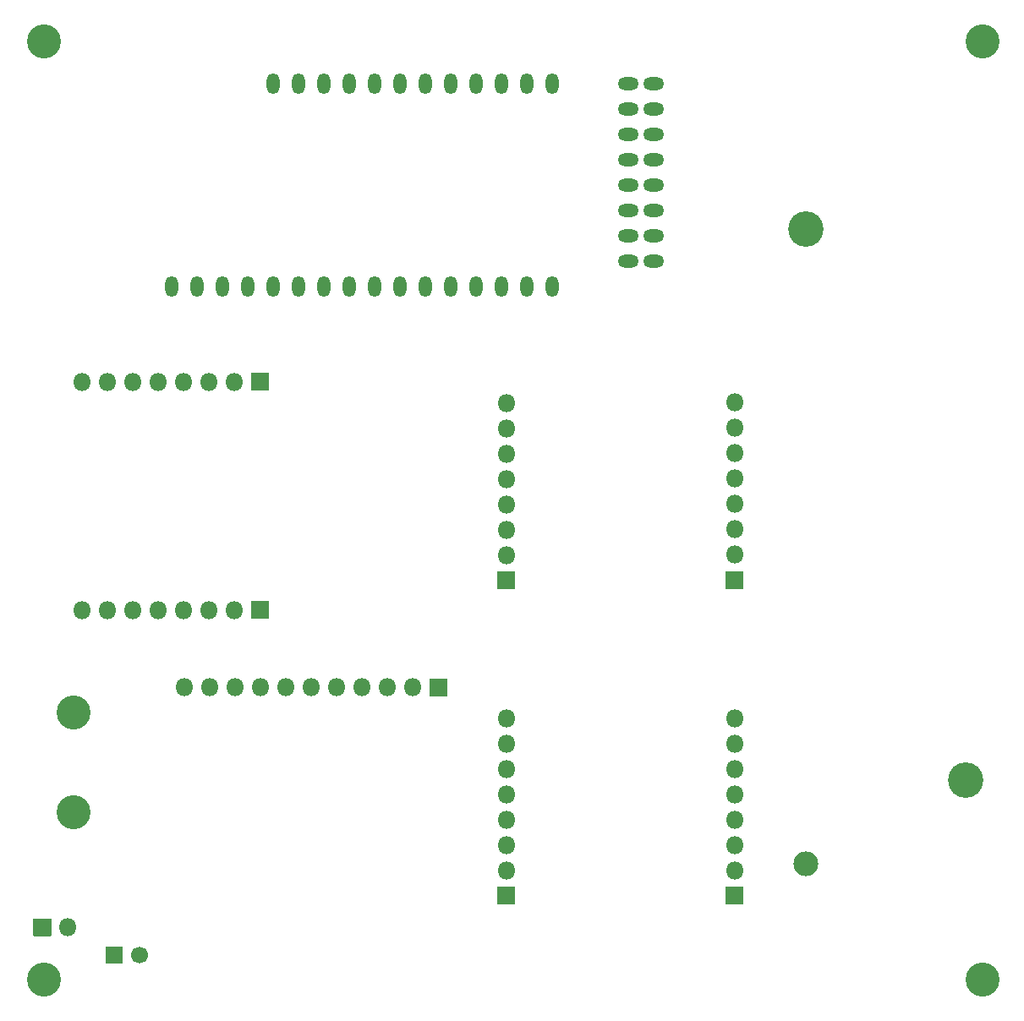
<source format=gbr>
G04 #@! TF.GenerationSoftware,KiCad,Pcbnew,5.1.9-73d0e3b20d~88~ubuntu20.04.1*
G04 #@! TF.CreationDate,2021-03-19T21:26:38+02:00*
G04 #@! TF.ProjectId,QuickFeather-Enviroment-Monitor,51756963-6b46-4656-9174-6865722d456e,rev?*
G04 #@! TF.SameCoordinates,Original*
G04 #@! TF.FileFunction,Soldermask,Bot*
G04 #@! TF.FilePolarity,Negative*
%FSLAX46Y46*%
G04 Gerber Fmt 4.6, Leading zero omitted, Abs format (unit mm)*
G04 Created by KiCad (PCBNEW 5.1.9-73d0e3b20d~88~ubuntu20.04.1) date 2021-03-19 21:26:38*
%MOMM*%
%LPD*%
G01*
G04 APERTURE LIST*
%ADD10O,2.100000X1.300000*%
%ADD11O,1.300000X2.100000*%
%ADD12O,1.800000X1.800000*%
%ADD13C,3.403600*%
%ADD14C,2.490000*%
%ADD15C,3.550000*%
%ADD16C,1.700000*%
G04 APERTURE END LIST*
D10*
X91540000Y-37200000D03*
X94080000Y-39740000D03*
X94080000Y-37200000D03*
X91540000Y-39740000D03*
X91540000Y-42280000D03*
X94080000Y-44820000D03*
X94080000Y-42280000D03*
X91540000Y-44820000D03*
X91540000Y-47360000D03*
X94080000Y-49900000D03*
X94080000Y-47360000D03*
X91540000Y-49900000D03*
X94080000Y-54980000D03*
X94080000Y-52440000D03*
X91540000Y-54980000D03*
X91540000Y-52440000D03*
D11*
X76300000Y-37200000D03*
X83920000Y-37200000D03*
X68680000Y-37200000D03*
X73760000Y-37200000D03*
X71220000Y-37200000D03*
X81380000Y-37200000D03*
X66140000Y-37200000D03*
X58520000Y-37200000D03*
X61060000Y-37200000D03*
X78840000Y-37200000D03*
X63600000Y-37200000D03*
X55980000Y-37200000D03*
X83920000Y-57520000D03*
X81380000Y-57520000D03*
X78840000Y-57520000D03*
X76300000Y-57520000D03*
X73760000Y-57520000D03*
X71220000Y-57520000D03*
X68680000Y-57520000D03*
X66140000Y-57520000D03*
X63600000Y-57520000D03*
X61060000Y-57520000D03*
X58520000Y-57520000D03*
X55980000Y-57520000D03*
X53440000Y-57520000D03*
X50900000Y-57520000D03*
X48360000Y-57520000D03*
X45820000Y-57520000D03*
D12*
X46994000Y-89942000D03*
X44454000Y-89942000D03*
X52074000Y-89942000D03*
X41914000Y-89942000D03*
X39374000Y-89942000D03*
X36834000Y-89942000D03*
G36*
G01*
X53764000Y-89042000D02*
X55464000Y-89042000D01*
G75*
G02*
X55514000Y-89092000I0J-50000D01*
G01*
X55514000Y-90792000D01*
G75*
G02*
X55464000Y-90842000I-50000J0D01*
G01*
X53764000Y-90842000D01*
G75*
G02*
X53714000Y-90792000I0J50000D01*
G01*
X53714000Y-89092000D01*
G75*
G02*
X53764000Y-89042000I50000J0D01*
G01*
G37*
X49534000Y-89942000D03*
X36834000Y-67082000D03*
X39374000Y-67082000D03*
X41914000Y-67082000D03*
X44454000Y-67082000D03*
X46994000Y-67082000D03*
X49534000Y-67082000D03*
X52074000Y-67082000D03*
G36*
G01*
X53764000Y-66182000D02*
X55464000Y-66182000D01*
G75*
G02*
X55514000Y-66232000I0J-50000D01*
G01*
X55514000Y-67932000D01*
G75*
G02*
X55464000Y-67982000I-50000J0D01*
G01*
X53764000Y-67982000D01*
G75*
G02*
X53714000Y-67932000I0J50000D01*
G01*
X53714000Y-66232000D01*
G75*
G02*
X53764000Y-66182000I50000J0D01*
G01*
G37*
X79308000Y-110944000D03*
X79308000Y-108404000D03*
X79308000Y-116024000D03*
X79308000Y-105864000D03*
X79308000Y-103324000D03*
X79308000Y-100784000D03*
G36*
G01*
X80208000Y-117714000D02*
X80208000Y-119414000D01*
G75*
G02*
X80158000Y-119464000I-50000J0D01*
G01*
X78458000Y-119464000D01*
G75*
G02*
X78408000Y-119414000I0J50000D01*
G01*
X78408000Y-117714000D01*
G75*
G02*
X78458000Y-117664000I50000J0D01*
G01*
X80158000Y-117664000D01*
G75*
G02*
X80208000Y-117714000I0J-50000D01*
G01*
G37*
X79308000Y-113484000D03*
X102168000Y-100764000D03*
X102168000Y-103304000D03*
X102168000Y-105844000D03*
X102168000Y-108384000D03*
X102168000Y-110924000D03*
X102168000Y-113464000D03*
X102168000Y-116004000D03*
G36*
G01*
X103068000Y-117694000D02*
X103068000Y-119394000D01*
G75*
G02*
X103018000Y-119444000I-50000J0D01*
G01*
X101318000Y-119444000D01*
G75*
G02*
X101268000Y-119394000I0J50000D01*
G01*
X101268000Y-117694000D01*
G75*
G02*
X101318000Y-117644000I50000J0D01*
G01*
X103018000Y-117644000D01*
G75*
G02*
X103068000Y-117694000I0J-50000D01*
G01*
G37*
X79308000Y-79344000D03*
X79308000Y-76804000D03*
X79308000Y-84424000D03*
X79308000Y-74264000D03*
X79308000Y-71724000D03*
X79308000Y-69184000D03*
G36*
G01*
X80208000Y-86114000D02*
X80208000Y-87814000D01*
G75*
G02*
X80158000Y-87864000I-50000J0D01*
G01*
X78458000Y-87864000D01*
G75*
G02*
X78408000Y-87814000I0J50000D01*
G01*
X78408000Y-86114000D01*
G75*
G02*
X78458000Y-86064000I50000J0D01*
G01*
X80158000Y-86064000D01*
G75*
G02*
X80208000Y-86114000I0J-50000D01*
G01*
G37*
X79308000Y-81884000D03*
X102168000Y-69164000D03*
X102168000Y-71704000D03*
X102168000Y-74244000D03*
X102168000Y-76784000D03*
X102168000Y-79324000D03*
X102168000Y-81864000D03*
X102168000Y-84404000D03*
G36*
G01*
X103068000Y-86094000D02*
X103068000Y-87794000D01*
G75*
G02*
X103018000Y-87844000I-50000J0D01*
G01*
X101318000Y-87844000D01*
G75*
G02*
X101268000Y-87794000I0J50000D01*
G01*
X101268000Y-86094000D01*
G75*
G02*
X101318000Y-86044000I50000J0D01*
G01*
X103018000Y-86044000D01*
G75*
G02*
X103068000Y-86094000I0J-50000D01*
G01*
G37*
D13*
X36014000Y-110176000D03*
X36014000Y-100176000D03*
D14*
X109300000Y-115330000D03*
D15*
X125300000Y-107000000D03*
X109300000Y-51800000D03*
D16*
X42560000Y-124500000D03*
G36*
G01*
X39210000Y-125300000D02*
X39210000Y-123700000D01*
G75*
G02*
X39260000Y-123650000I50000J0D01*
G01*
X40860000Y-123650000D01*
G75*
G02*
X40910000Y-123700000I0J-50000D01*
G01*
X40910000Y-125300000D01*
G75*
G02*
X40860000Y-125350000I-50000J0D01*
G01*
X39260000Y-125350000D01*
G75*
G02*
X39210000Y-125300000I0J50000D01*
G01*
G37*
D12*
X35390000Y-121730000D03*
G36*
G01*
X33700000Y-122630000D02*
X32000000Y-122630000D01*
G75*
G02*
X31950000Y-122580000I0J50000D01*
G01*
X31950000Y-120880000D01*
G75*
G02*
X32000000Y-120830000I50000J0D01*
G01*
X33700000Y-120830000D01*
G75*
G02*
X33750000Y-120880000I0J-50000D01*
G01*
X33750000Y-122580000D01*
G75*
G02*
X33700000Y-122630000I-50000J0D01*
G01*
G37*
G36*
G01*
X71650000Y-96800000D02*
X73350000Y-96800000D01*
G75*
G02*
X73400000Y-96850000I0J-50000D01*
G01*
X73400000Y-98550000D01*
G75*
G02*
X73350000Y-98600000I-50000J0D01*
G01*
X71650000Y-98600000D01*
G75*
G02*
X71600000Y-98550000I0J50000D01*
G01*
X71600000Y-96850000D01*
G75*
G02*
X71650000Y-96800000I50000J0D01*
G01*
G37*
X69960000Y-97700000D03*
X67420000Y-97700000D03*
X64880000Y-97700000D03*
X62340000Y-97700000D03*
X59800000Y-97700000D03*
X57260000Y-97700000D03*
X54720000Y-97700000D03*
X52180000Y-97700000D03*
X49640000Y-97700000D03*
X47100000Y-97700000D03*
D13*
X33014000Y-126976000D03*
X127014000Y-126976000D03*
X127014000Y-32976000D03*
X33014000Y-32976000D03*
M02*

</source>
